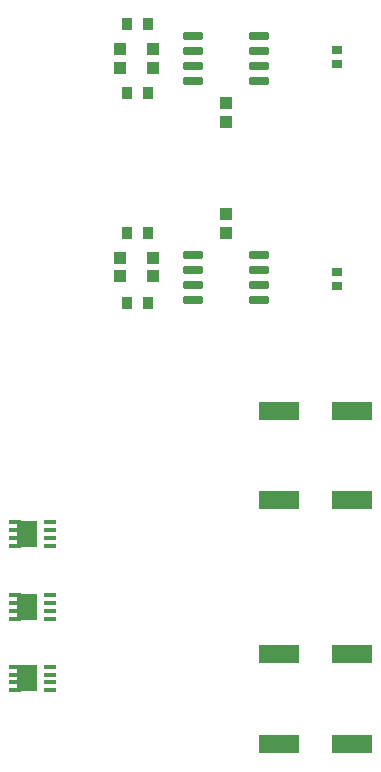
<source format=gtp>
G04*
G04 #@! TF.GenerationSoftware,Altium Limited,Altium Designer,20.0.12 (288)*
G04*
G04 Layer_Color=8421504*
%FSLAX25Y25*%
%MOIN*%
G70*
G01*
G75*
%ADD15R,0.13386X0.06299*%
%ADD16R,0.03543X0.03937*%
%ADD17R,0.03937X0.03937*%
%ADD18R,0.03740X0.03150*%
G04:AMPARAMS|DCode=19|XSize=25.59mil|YSize=64.96mil|CornerRadius=1.92mil|HoleSize=0mil|Usage=FLASHONLY|Rotation=90.000|XOffset=0mil|YOffset=0mil|HoleType=Round|Shape=RoundedRectangle|*
%AMROUNDEDRECTD19*
21,1,0.02559,0.06112,0,0,90.0*
21,1,0.02175,0.06496,0,0,90.0*
1,1,0.00384,0.03056,0.01088*
1,1,0.00384,0.03056,-0.01088*
1,1,0.00384,-0.03056,-0.01088*
1,1,0.00384,-0.03056,0.01088*
%
%ADD19ROUNDEDRECTD19*%
%ADD20R,0.03898X0.01595*%
%ADD21R,0.06791X0.08799*%
D15*
X282795Y215500D02*
D03*
X307205D02*
D03*
X282795Y245500D02*
D03*
X307205D02*
D03*
X282795Y297000D02*
D03*
X307205D02*
D03*
X282795Y326500D02*
D03*
X307205D02*
D03*
D16*
X238949Y386044D02*
D03*
X232257D02*
D03*
X238949Y362544D02*
D03*
X232257D02*
D03*
X238949Y455544D02*
D03*
X232257D02*
D03*
X238949Y432544D02*
D03*
X232257D02*
D03*
D17*
X240603Y371395D02*
D03*
Y377694D02*
D03*
X229603Y371395D02*
D03*
Y377694D02*
D03*
X265103Y392194D02*
D03*
Y385895D02*
D03*
Y422895D02*
D03*
Y429194D02*
D03*
X240603Y440895D02*
D03*
Y447194D02*
D03*
X229603Y440895D02*
D03*
Y447194D02*
D03*
D18*
X302103Y368084D02*
D03*
Y373005D02*
D03*
Y442084D02*
D03*
Y447005D02*
D03*
D19*
X253981Y378544D02*
D03*
Y373544D02*
D03*
Y368544D02*
D03*
Y363544D02*
D03*
X276225Y378544D02*
D03*
Y373544D02*
D03*
Y368544D02*
D03*
Y363544D02*
D03*
X253981Y451544D02*
D03*
Y446544D02*
D03*
Y441544D02*
D03*
Y436544D02*
D03*
X276225Y451544D02*
D03*
Y446544D02*
D03*
Y441544D02*
D03*
Y436544D02*
D03*
D20*
X194748Y241295D02*
D03*
Y238697D02*
D03*
Y233500D02*
D03*
Y236098D02*
D03*
X206500Y241295D02*
D03*
Y238697D02*
D03*
Y233500D02*
D03*
Y236098D02*
D03*
X194748Y265098D02*
D03*
Y262500D02*
D03*
Y257303D02*
D03*
Y259902D02*
D03*
X206500Y265098D02*
D03*
Y262500D02*
D03*
Y257303D02*
D03*
Y259902D02*
D03*
X194748Y289500D02*
D03*
Y286901D02*
D03*
Y281705D02*
D03*
Y284303D02*
D03*
X206500Y289500D02*
D03*
Y286901D02*
D03*
Y281705D02*
D03*
Y284303D02*
D03*
D21*
X198655Y237398D02*
D03*
Y261201D02*
D03*
Y285602D02*
D03*
M02*

</source>
